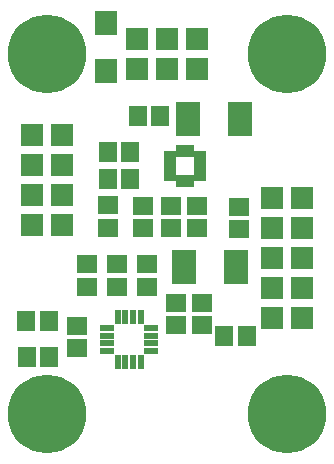
<source format=gbr>
G75*
G70*
%OFA0B0*%
%FSLAX24Y24*%
%IPPOS*%
%LPD*%
%AMOC8*
5,1,8,0,0,1.08239X$1,22.5*
%
%ADD10R,0.0420X0.0200*%
%ADD11R,0.0200X0.0420*%
%ADD12R,0.0474X0.0218*%
%ADD13R,0.0218X0.0474*%
%ADD14R,0.0671X0.0592*%
%ADD15R,0.0730X0.0730*%
%ADD16R,0.0592X0.0671*%
%ADD17C,0.2620*%
%ADD18R,0.0749X0.0789*%
%ADD19R,0.0789X0.1143*%
D10*
X006710Y010945D03*
X006710Y011135D03*
X006710Y011335D03*
X006710Y011535D03*
X006710Y011725D03*
X007710Y011725D03*
X007710Y011535D03*
X007710Y011335D03*
X007710Y011135D03*
X007710Y010945D03*
D11*
X007410Y010835D03*
X007210Y010835D03*
X007010Y010835D03*
X007010Y011835D03*
X007210Y011835D03*
X007410Y011835D03*
D12*
X006083Y005944D03*
X006083Y005688D03*
X006083Y005432D03*
X006083Y005176D03*
X004587Y005176D03*
X004587Y005432D03*
X004587Y005688D03*
X004587Y005944D03*
D13*
X004951Y006308D03*
X005207Y006308D03*
X005463Y006308D03*
X005719Y006308D03*
X005719Y004812D03*
X005463Y004812D03*
X005207Y004812D03*
X004951Y004812D03*
D14*
X003610Y005261D03*
X003610Y006009D03*
X003935Y007311D03*
X003935Y008059D03*
X004935Y008059D03*
X004935Y007311D03*
X005935Y007311D03*
X005935Y008059D03*
X005785Y009261D03*
X005785Y010009D03*
X006735Y010009D03*
X006735Y009261D03*
X007610Y009261D03*
X007610Y010009D03*
X008985Y009984D03*
X008985Y009236D03*
X007760Y006784D03*
X007760Y006036D03*
X006885Y006036D03*
X006885Y006784D03*
X004635Y009286D03*
X004635Y010034D03*
D15*
X003110Y010385D03*
X003110Y009385D03*
X002110Y009385D03*
X002110Y010385D03*
X002110Y011385D03*
X002110Y012385D03*
X003110Y012385D03*
X003110Y011385D03*
X005610Y014585D03*
X005610Y015585D03*
X006610Y015585D03*
X006610Y014585D03*
X007610Y014585D03*
X007610Y015585D03*
X010110Y010260D03*
X010110Y009260D03*
X010110Y008260D03*
X010110Y007260D03*
X010110Y006260D03*
X011110Y006260D03*
X011110Y007260D03*
X011110Y008260D03*
X011110Y009260D03*
X011110Y010260D03*
D16*
X009259Y005660D03*
X008511Y005660D03*
X005384Y010910D03*
X004636Y010910D03*
X004636Y011810D03*
X005384Y011810D03*
X005636Y013010D03*
X006384Y013010D03*
X002659Y006185D03*
X001911Y006185D03*
X001936Y004960D03*
X002684Y004960D03*
D17*
X002610Y003085D03*
X010610Y003085D03*
X010610Y015085D03*
X002610Y015085D03*
D18*
X004560Y014503D03*
X004560Y016117D03*
D19*
X007294Y012910D03*
X009026Y012910D03*
X008901Y007960D03*
X007169Y007960D03*
M02*

</source>
